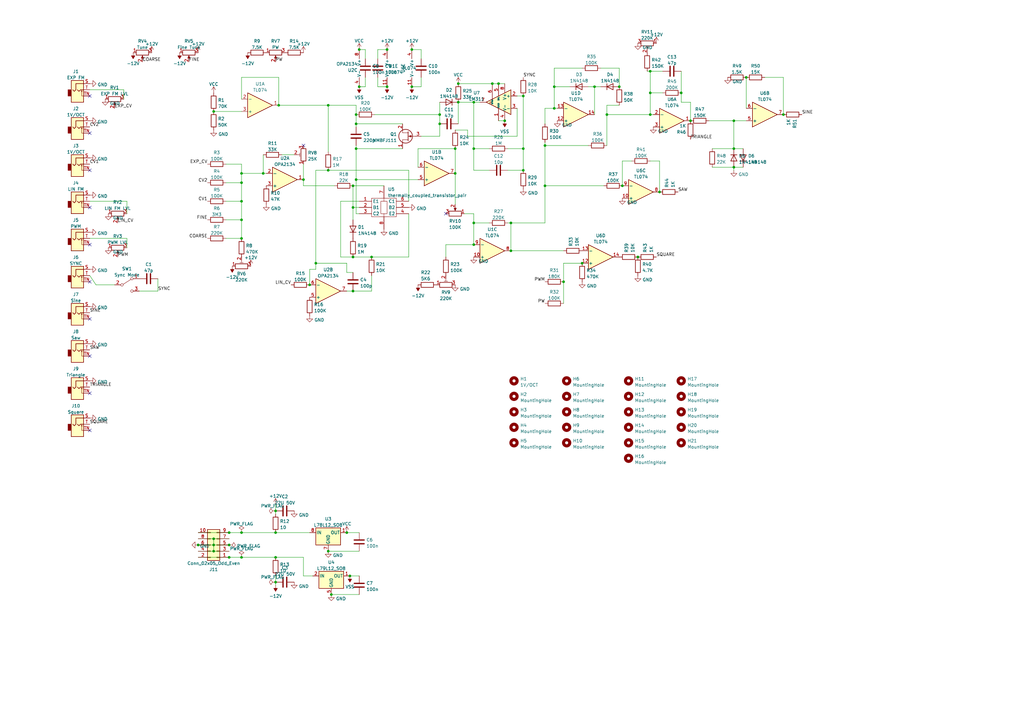
<source format=kicad_sch>
(kicad_sch (version 20211123) (generator eeschema)
  (paper "A3")
  (junction (at 168.91 35.56))
  (junction (at 227.33 35.56))
  (junction (at 93.98 228.6))
  (junction (at 186.69 60.96))
  (junction (at 144.78 85.09))
  (junction (at 152.4 105.41))
  (junction (at 107.95 71.12))
  (junction (at 223.52 76.2))
  (junction (at 321.31 46.99))
  (junction (at 99.06 218.44))
  (junction (at 227.33 44.45))
  (junction (at 81.28 223.52))
  (junction (at 266.7 38.1))
  (junction (at 134.62 226.06))
  (junction (at 87.63 220.98))
  (junction (at 194.31 60.96))
  (junction (at 214.63 60.96))
  (junction (at 214.63 69.85))
  (junction (at 209.55 91.44))
  (junction (at 134.62 43.18))
  (junction (at 114.3 43.18))
  (junction (at 144.78 76.2))
  (junction (at 147.32 20.32))
  (junction (at 194.31 100.33))
  (junction (at 99.06 97.79))
  (junction (at 300.99 49.53))
  (junction (at 144.78 119.38))
  (junction (at 180.34 50.8))
  (junction (at 99.06 71.12))
  (junction (at 168.91 20.32))
  (junction (at 146.05 60.96))
  (junction (at 135.89 243.84))
  (junction (at 266.7 29.21))
  (junction (at 204.47 34.29))
  (junction (at 146.05 46.99))
  (junction (at 254 35.56))
  (junction (at 180.34 46.99))
  (junction (at 127 116.84))
  (junction (at 187.96 41.91))
  (junction (at 99.06 90.17))
  (junction (at 270.51 78.74))
  (junction (at 238.76 107.95))
  (junction (at 113.03 238.76))
  (junction (at 87.63 226.06))
  (junction (at 144.78 105.41))
  (junction (at 300.99 68.58))
  (junction (at 99.06 228.6))
  (junction (at 142.24 218.44))
  (junction (at 124.46 73.66))
  (junction (at 87.63 45.72))
  (junction (at 99.06 82.55))
  (junction (at 243.84 35.56))
  (junction (at 143.51 236.22))
  (junction (at 93.98 223.52))
  (junction (at 158.75 35.56))
  (junction (at 214.63 39.37))
  (junction (at 187.96 34.29))
  (junction (at 223.52 59.69))
  (junction (at 248.92 46.99))
  (junction (at 129.54 107.95))
  (junction (at 146.05 73.66))
  (junction (at 261.62 105.41))
  (junction (at 186.69 71.12))
  (junction (at 194.31 91.44))
  (junction (at 255.27 76.2))
  (junction (at 300.99 60.96))
  (junction (at 113.03 228.6))
  (junction (at 207.01 49.53))
  (junction (at 93.98 218.44))
  (junction (at 306.07 31.75))
  (junction (at 201.93 34.29))
  (junction (at 266.7 46.99))
  (junction (at 87.63 223.52))
  (junction (at 158.75 20.32))
  (junction (at 99.06 74.93))
  (junction (at 134.62 69.85))
  (junction (at 283.21 49.53))
  (junction (at 146.05 50.8))
  (junction (at 279.4 38.1))
  (junction (at 113.03 218.44))
  (junction (at 194.31 41.91))
  (junction (at 147.32 35.56))
  (junction (at 209.55 102.87))
  (junction (at 113.03 209.55))
  (junction (at 231.14 115.57))
  (no_connect (at 36.83 146.05))
  (no_connect (at 36.83 100.33))
  (no_connect (at 36.83 130.81))
  (no_connect (at 36.83 85.09))
  (no_connect (at 36.83 39.37))
  (no_connect (at 182.88 87.63))
  (no_connect (at 36.83 176.53))
  (no_connect (at 36.83 115.57))
  (no_connect (at 124.46 59.69))
  (no_connect (at 36.83 69.85))
  (no_connect (at 36.83 54.61))
  (no_connect (at 36.83 161.29))
  (wire (pts (xy 36.83 82.55) (xy 52.07 82.55)))
  (wire (pts (xy 134.62 43.18) (xy 114.3 43.18)))
  (wire (pts (xy 144.78 105.41) (xy 152.4 105.41)))
  (wire (pts (xy 129.54 110.49) (xy 127 110.49)))
  (wire (pts (xy 134.62 226.06) (xy 147.32 226.06)))
  (wire (pts (xy 127 110.49) (xy 127 116.84)))
  (wire (pts (xy 186.69 60.96) (xy 186.69 71.12)))
  (wire (pts (xy 146.05 50.8) (xy 146.05 46.99)))
  (wire (pts (xy 204.47 34.29) (xy 207.01 34.29)))
  (wire (pts (xy 248.92 43.18) (xy 254 43.18)))
  (wire (pts (xy 107.95 71.12) (xy 109.22 71.12)))
  (wire (pts (xy 233.68 35.56) (xy 227.33 35.56)))
  (wire (pts (xy 36.83 36.83) (xy 50.8 36.83)))
  (wire (pts (xy 154.94 35.56) (xy 158.75 35.56)))
  (wire (pts (xy 152.4 105.41) (xy 167.64 105.41)))
  (wire (pts (xy 144.78 111.76) (xy 142.24 111.76)))
  (wire (pts (xy 279.4 41.91) (xy 283.21 41.91)))
  (wire (pts (xy 182.88 105.41) (xy 182.88 100.33)))
  (wire (pts (xy 180.34 55.88) (xy 172.72 55.88)))
  (wire (pts (xy 212.09 55.88) (xy 191.77 55.88)))
  (wire (pts (xy 39.37 116.84) (xy 46.99 116.84)))
  (wire (pts (xy 39.37 116.84) (xy 36.83 113.03)))
  (wire (pts (xy 209.55 91.44) (xy 209.55 102.87)))
  (wire (pts (xy 134.62 69.85) (xy 129.54 69.85)))
  (wire (pts (xy 279.4 38.1) (xy 279.4 41.91)))
  (wire (pts (xy 81.28 218.44) (xy 93.98 218.44)))
  (wire (pts (xy 36.83 97.79) (xy 52.07 97.79)))
  (wire (pts (xy 306.07 31.75) (xy 306.07 44.45)))
  (wire (pts (xy 172.72 20.32) (xy 168.91 20.32)))
  (wire (pts (xy 115.57 63.5) (xy 120.65 63.5)))
  (wire (pts (xy 300.99 49.53) (xy 306.07 49.53)))
  (wire (pts (xy 292.1 68.58) (xy 300.99 68.58)))
  (wire (pts (xy 238.76 27.94) (xy 227.33 27.94)))
  (wire (pts (xy 93.98 218.44) (xy 99.06 218.44)))
  (wire (pts (xy 191.77 53.34) (xy 186.69 53.34)))
  (wire (pts (xy 223.52 76.2) (xy 247.65 76.2)))
  (wire (pts (xy 52.07 97.79) (xy 52.07 101.6)))
  (wire (pts (xy 186.69 71.12) (xy 186.69 83.82)))
  (wire (pts (xy 87.63 45.72) (xy 99.06 45.72)))
  (wire (pts (xy 113.03 238.76) (xy 113.03 240.03)))
  (wire (pts (xy 270.51 66.04) (xy 266.7 66.04)))
  (wire (pts (xy 254 27.94) (xy 246.38 27.94)))
  (wire (pts (xy 313.69 31.75) (xy 321.31 31.75)))
  (wire (pts (xy 194.31 60.96) (xy 200.66 60.96)))
  (wire (pts (xy 172.72 35.56) (xy 168.91 35.56)))
  (wire (pts (xy 254 35.56) (xy 254 27.94)))
  (wire (pts (xy 227.33 27.94) (xy 227.33 35.56)))
  (wire (pts (xy 231.14 115.57) (xy 231.14 107.95)))
  (wire (pts (xy 87.63 223.52) (xy 87.63 220.98)))
  (wire (pts (xy 167.64 105.41) (xy 167.64 87.63)))
  (wire (pts (xy 144.78 119.38) (xy 152.4 119.38)))
  (wire (pts (xy 142.24 107.95) (xy 129.54 107.95)))
  (wire (pts (xy 214.63 39.37) (xy 214.63 60.96)))
  (wire (pts (xy 92.71 97.79) (xy 99.06 97.79)))
  (wire (pts (xy 92.71 82.55) (xy 99.06 82.55)))
  (wire (pts (xy 146.05 73.66) (xy 171.45 73.66)))
  (wire (pts (xy 129.54 69.85) (xy 129.54 107.95)))
  (wire (pts (xy 144.78 76.2) (xy 144.78 85.09)))
  (wire (pts (xy 99.06 71.12) (xy 107.95 71.12)))
  (wire (pts (xy 147.32 82.55) (xy 139.7 82.55)))
  (wire (pts (xy 270.51 78.74) (xy 270.51 66.04)))
  (wire (pts (xy 191.77 55.88) (xy 191.77 53.34)))
  (wire (pts (xy 266.7 29.21) (xy 271.78 29.21)))
  (wire (pts (xy 128.27 236.22) (xy 124.46 236.22)))
  (wire (pts (xy 137.16 76.2) (xy 124.46 76.2)))
  (wire (pts (xy 99.06 90.17) (xy 99.06 97.79)))
  (wire (pts (xy 187.96 41.91) (xy 187.96 50.8)))
  (wire (pts (xy 190.5 87.63) (xy 194.31 87.63)))
  (wire (pts (xy 290.83 49.53) (xy 300.99 49.53)))
  (wire (pts (xy 147.32 87.63) (xy 146.05 87.63)))
  (wire (pts (xy 92.71 74.93) (xy 99.06 74.93)))
  (wire (pts (xy 99.06 67.31) (xy 99.06 71.12)))
  (wire (pts (xy 146.05 43.18) (xy 134.62 43.18)))
  (wire (pts (xy 300.99 68.58) (xy 304.8 68.58)))
  (wire (pts (xy 194.31 41.91) (xy 196.85 41.91)))
  (wire (pts (xy 113.03 236.22) (xy 113.03 238.76)))
  (wire (pts (xy 99.06 71.12) (xy 99.06 74.93)))
  (wire (pts (xy 194.31 69.85) (xy 194.31 60.96)))
  (wire (pts (xy 214.63 60.96) (xy 214.63 69.85)))
  (wire (pts (xy 142.24 119.38) (xy 144.78 119.38)))
  (wire (pts (xy 201.93 34.29) (xy 204.47 34.29)))
  (wire (pts (xy 227.33 35.56) (xy 227.33 44.45)))
  (wire (pts (xy 87.63 220.98) (xy 81.28 220.98)))
  (wire (pts (xy 99.06 31.75) (xy 114.3 31.75)))
  (wire (pts (xy 187.96 41.91) (xy 194.31 41.91)))
  (wire (pts (xy 212.09 44.45) (xy 212.09 55.88)))
  (wire (pts (xy 64.77 119.38) (xy 64.77 114.3)))
  (wire (pts (xy 149.86 31.75) (xy 149.86 35.56)))
  (wire (pts (xy 172.72 31.75) (xy 172.72 35.56)))
  (wire (pts (xy 172.72 24.13) (xy 172.72 20.32)))
  (wire (pts (xy 248.92 46.99) (xy 266.7 46.99)))
  (wire (pts (xy 154.94 20.32) (xy 158.75 20.32)))
  (wire (pts (xy 124.46 236.22) (xy 124.46 228.6)))
  (wire (pts (xy 171.45 68.58) (xy 171.45 60.96)))
  (wire (pts (xy 99.06 218.44) (xy 113.03 218.44)))
  (wire (pts (xy 152.4 119.38) (xy 152.4 113.03)))
  (wire (pts (xy 153.67 46.99) (xy 180.34 46.99)))
  (wire (pts (xy 113.03 209.55) (xy 113.03 210.82)))
  (wire (pts (xy 187.96 34.29) (xy 201.93 34.29)))
  (wire (pts (xy 241.3 59.69) (xy 223.52 59.69)))
  (wire (pts (xy 99.06 74.93) (xy 99.06 82.55)))
  (wire (pts (xy 194.31 87.63) (xy 194.31 91.44)))
  (wire (pts (xy 283.21 41.91) (xy 283.21 49.53)))
  (wire (pts (xy 146.05 60.96) (xy 165.1 60.96)))
  (wire (pts (xy 227.33 44.45) (xy 228.6 44.45)))
  (wire (pts (xy 171.45 60.96) (xy 186.69 60.96)))
  (wire (pts (xy 52.07 82.55) (xy 52.07 87.63)))
  (wire (pts (xy 154.94 24.13) (xy 154.94 20.32)))
  (wire (pts (xy 134.62 62.23) (xy 134.62 43.18)))
  (wire (pts (xy 300.99 68.58) (xy 300.99 69.85)))
  (wire (pts (xy 93.98 228.6) (xy 81.28 228.6)))
  (wire (pts (xy 243.84 35.56) (xy 246.38 35.56)))
  (wire (pts (xy 142.24 218.44) (xy 147.32 218.44)))
  (wire (pts (xy 209.55 102.87) (xy 231.14 102.87)))
  (wire (pts (xy 248.92 59.69) (xy 248.92 46.99)))
  (wire (pts (xy 113.03 218.44) (xy 127 218.44)))
  (wire (pts (xy 243.84 35.56) (xy 243.84 46.99)))
  (wire (pts (xy 223.52 58.42) (xy 223.52 59.69)))
  (wire (pts (xy 204.47 49.53) (xy 207.01 49.53)))
  (wire (pts (xy 124.46 228.6) (xy 113.03 228.6)))
  (wire (pts (xy 248.92 46.99) (xy 248.92 43.18)))
  (wire (pts (xy 135.89 243.84) (xy 147.32 243.84)))
  (wire (pts (xy 214.63 69.85) (xy 208.28 69.85)))
  (wire (pts (xy 321.31 31.75) (xy 321.31 46.99)))
  (wire (pts (xy 113.03 207.01) (xy 113.03 209.55)))
  (wire (pts (xy 265.43 29.21) (xy 266.7 29.21)))
  (wire (pts (xy 57.15 119.38) (xy 64.77 119.38)))
  (wire (pts (xy 146.05 60.96) (xy 146.05 73.66)))
  (wire (pts (xy 50.8 36.83) (xy 50.8 40.64)))
  (wire (pts (xy 146.05 50.8) (xy 165.1 50.8)))
  (wire (pts (xy 208.28 91.44) (xy 209.55 91.44)))
  (wire (pts (xy 194.31 91.44) (xy 200.66 91.44)))
  (wire (pts (xy 93.98 223.52) (xy 87.63 223.52)))
  (wire (pts (xy 144.78 85.09) (xy 144.78 90.17)))
  (wire (pts (xy 300.99 60.96) (xy 304.8 60.96)))
  (wire (pts (xy 149.86 24.13) (xy 149.86 20.32)))
  (wire (pts (xy 266.7 29.21) (xy 266.7 38.1)))
  (wire (pts (xy 139.7 105.41) (xy 144.78 105.41)))
  (wire (pts (xy 167.64 69.85) (xy 134.62 69.85)))
  (wire (pts (xy 93.98 228.6) (xy 99.06 228.6)))
  (wire (pts (xy 149.86 20.32) (xy 147.32 20.32)))
  (wire (pts (xy 107.95 63.5) (xy 107.95 71.12)))
  (wire (pts (xy 157.48 76.2) (xy 144.78 76.2)))
  (wire (pts (xy 279.4 29.21) (xy 279.4 38.1)))
  (wire (pts (xy 142.24 111.76) (xy 142.24 107.95)))
  (wire (pts (xy 87.63 226.06) (xy 81.28 226.06)))
  (wire (pts (xy 146.05 59.69) (xy 146.05 60.96)))
  (wire (pts (xy 266.7 46.99) (xy 267.97 46.99)))
  (wire (pts (xy 124.46 67.31) (xy 124.46 73.66)))
  (wire (pts (xy 99.06 40.64) (xy 99.06 31.75)))
  (wire (pts (xy 99.06 228.6) (xy 113.03 228.6)))
  (wire (pts (xy 200.66 69.85) (xy 194.31 69.85)))
  (wire (pts (xy 231.14 115.57) (xy 231.14 124.46)))
  (wire (pts (xy 180.34 46.99) (xy 180.34 50.8)))
  (wire (pts (xy 167.64 82.55) (xy 167.64 69.85)))
  (wire (pts (xy 139.7 82.55) (xy 139.7 105.41)))
  (wire (pts (xy 99.06 82.55) (xy 99.06 90.17)))
  (wire (pts (xy 146.05 46.99) (xy 146.05 43.18)))
  (wire (pts (xy 241.3 35.56) (xy 243.84 35.56)))
  (wire (pts (xy 223.52 76.2) (xy 223.52 91.44)))
  (wire (pts (xy 223.52 44.45) (xy 227.33 44.45)))
  (wire (pts (xy 223.52 59.69) (xy 223.52 76.2)))
  (wire (pts (xy 266.7 38.1) (xy 271.78 38.1)))
  (wire (pts (xy 194.31 91.44) (xy 194.31 100.33)))
  (wire (pts (xy 87.63 223.52) (xy 81.28 223.52)))
  (wire (pts (xy 93.98 220.98) (xy 87.63 220.98)))
  (wire (pts (xy 266.7 38.1) (xy 266.7 46.99)))
  (wire (pts (xy 255.27 66.04) (xy 255.27 76.2)))
  (wire (pts (xy 259.08 66.04) (xy 255.27 66.04)))
  (wire (pts (xy 292.1 60.96) (xy 300.99 60.96)))
  (wire (pts (xy 182.88 100.33) (xy 194.31 100.33)))
  (wire (pts (xy 147.32 85.09) (xy 144.78 85.09)))
  (wire (pts (xy 92.71 90.17) (xy 99.06 90.17)))
  (wire (pts (xy 231.14 107.95) (xy 238.76 107.95)))
  (wire (pts (xy 149.86 35.56) (xy 147.32 35.56)))
  (wire (pts (xy 146.05 73.66) (xy 146.05 87.63)))
  (wire (pts (xy 223.52 50.8) (xy 223.52 44.45)))
  (wire (pts (xy 154.94 31.75) (xy 154.94 35.56)))
  (wire (pts (xy 87.63 226.06) (xy 87.63 223.52)))
  (wire (pts (xy 212.09 39.37) (xy 214.63 39.37)))
  (wire (pts (xy 208.28 60.96) (xy 214.63 60.96)))
  (wire (pts (xy 194.31 60.96) (xy 194.31 41.91)))
  (wire (pts (xy 129.54 107.95) (xy 129.54 110.49)))
  (wire (pts (xy 146.05 52.07) (xy 146.05 50.8)))
  (wire (pts (xy 143.51 236.22) (xy 147.32 236.22)))
  (wire (pts (xy 114.3 31.75) (xy 114.3 43.18)))
  (wire (pts (xy 300.99 49.53) (xy 300.99 60.96)))
  (wire (pts (xy 180.34 50.8) (xy 180.34 55.88)))
  (wire (pts (xy 124.46 76.2) (xy 124.46 73.66)))
  (wire (pts (xy 180.34 41.91) (xy 180.34 46.99)))
  (wire (pts (xy 93.98 226.06) (xy 87.63 226.06)))
  (wire (pts (xy 223.52 91.44) (xy 209.55 91.44)))
  (wire (pts (xy 92.71 67.31) (xy 99.06 67.31)))
  (label "COARSE" (at 58.42 25.4 0))
  (label "CV1" (at 36.83 67.31 0))
  (label "TRIANGLE" (at 36.83 158.75 0))
  (label "EXP_CV" (at 46.99 44.45 0))
  (label "PWM" (at 223.52 115.57 180))
  (label "SINE" (at 36.83 128.27 0))
  (label "SINE" (at 328.93 46.99 0))
  (label "TRIANGLE" (at 283.21 57.15 0))
  (label "SYNC" (at 214.63 31.75 0))
  (label "LIN_CV" (at 119.38 116.84 180))
  (label "SAW" (at 278.13 78.74 0))
  (label "SAW" (at 36.83 143.51 0))
  (label "CV1" (at 85.09 82.55 180))
  (label "PW" (at 113.03 25.4 0))
  (label "FINE" (at 77.47 25.4 0))
  (label "CV2" (at 85.09 74.93 180))
  (label "SYNC" (at 64.77 119.38 0))
  (label "PWM" (at 48.26 105.41 0))
  (label "FINE" (at 85.09 90.17 180))
  (label "SQUARE" (at 269.24 105.41 0))
  (label "EXP_CV" (at 85.09 67.31 180))
  (label "PW" (at 223.52 124.46 180))
  (label "COARSE" (at 85.09 97.79 180))
  (label "SQUARE" (at 36.83 173.99 0))
  (label "LIN_CV" (at 48.26 91.44 0))
  (label "CV2" (at 36.83 52.07 0))
  (symbol (lib_id "Device:R") (at 223.52 54.61 0) (unit 1)
    (property "Reference" "R30" (at 225.298 53.7753 0) (effects (justify left)))
    (property "Value" "100K" (at 225.298 56.3122 0) (effects (justify left)))
    (property "Footprint" "Resistor_SMD:R_0805_2012Metric" (effects hide))
  )
  (symbol (lib_id "Device:R") (at 265.43 25.4 180) (unit 1)
    (property "Reference" "R42" (at 267.208 24.5653 0) (effects (justify right)))
    (property "Value" "150K" (at 267.208 27.1022 0) (effects (justify right)))
    (property "Footprint" "Resistor_SMD:R_0805_2012Metric" (effects hide))
  )
  (symbol (lib_id "power:GND") (at 36.83 95.25 90) (unit 1)
    (property "Reference" "#PWR05" (effects hide))
    (property "Value" "GND" (at 40.005 95.6838 90) (effects (justify right)))
  )
  (symbol (lib_id "Connector:AudioJack2_SwitchT") (at 31.75 67.31 0) (unit 1)
    (property "Reference" "J3" (at 31.115 59.8002 0))
    (property "Value" "1V/OCT" (at 31.115 62.3371 0))
    (property "Footprint" "Eurorack:AudioJack2_Tayda_A-2566" (effects hide))
  )
  (symbol (lib_id "Regulator_Linear:L78L12_SO8") (at 134.62 218.44 0) (unit 1)
    (property "Reference" "U3" (at 134.62 212.8352 0))
    (property "Value" "L78L12_SO8" (at 134.62 215.3721 0))
    (property "Footprint" "Package_SO:SOIC-8_3.9x4.9mm_P1.27mm" (effects hide))
    (property "Datasheet" "http://www.st.com/content/ccc/resource/technical/document/datasheet/15/55/e5/aa/23/5b/43/fd/CD00000446.pdf/files/CD00000446.pdf/jcr:content/translations/en.CD00000446.pdf" (effects hide))
  )
  (symbol (lib_id "Device:D") (at 304.8 64.77 90) (unit 1)
    (property "Reference" "D6" (at 306.832 63.9353 90) (effects (justify right)))
    (property "Value" "1N4148" (at 306.832 66.4722 90) (effects (justify right)))
    (property "Footprint" "Diode_SMD:D_SOD-323" (effects hide))
  )
  (symbol (lib_id "Amplifier_Operational:TL074") (at 246.38 105.41 0) (mirror x) (unit 4)
    (property "Reference" "U6" (at 246.38 96.6302 0))
    (property "Value" "TL074" (at 246.38 99.1671 0))
    (property "Footprint" "Package_SO:SOIC-14_3.9x8.7mm_P1.27mm" (effects hide))
    (property "Datasheet" "http://www.ti.com/lit/ds/symlink/tl071.pdf" (effects hide))
  )
  (symbol (lib_id "Device:R") (at 140.97 76.2 270) (unit 1)
    (property "Reference" "R18" (at 140.97 71.4842 90))
    (property "Value" "22K" (at 140.97 74.0211 90))
    (property "Footprint" "Resistor_SMD:R_0805_2012Metric" (effects hide))
  )
  (symbol (lib_id "Mechanical:MountingHole") (at 232.41 181.61 0) (unit 1)
    (property "Reference" "H10" (at 234.95 180.7753 0) (effects (justify left)))
    (property "Value" "MountingHole" (at 234.95 183.3122 0) (effects (justify left)))
  )
  (symbol (lib_id "Mechanical:MountingHole") (at 210.82 181.61 0) (unit 1)
    (property "Reference" "H5" (at 213.36 180.7753 0) (effects (justify left)))
    (property "Value" "MountingHole" (at 213.36 183.3122 0) (effects (justify left)))
  )
  (symbol (lib_id "Mechanical:MountingHole") (at 232.41 156.21 0) (unit 1)
    (property "Reference" "H6" (at 234.95 155.3753 0) (effects (justify left)))
    (property "Value" "MountingHole" (at 234.95 157.9122 0) (effects (justify left)))
  )
  (symbol (lib_id "power:GND") (at 186.69 116.84 0) (unit 1)
    (property "Reference" "#PWR045" (effects hide))
    (property "Value" "GND" (at 188.595 118.5438 0) (effects (justify left)))
  )
  (symbol (lib_id "Amplifier_Operational:TL074") (at 161.29 27.94 0) (unit 5)
    (property "Reference" "U1" (at 159.385 27.1053 0) (effects (justify left)))
    (property "Value" "TL074" (at 159.385 29.6422 0) (effects (justify left)))
    (property "Footprint" "Package_SO:SOIC-14_3.9x8.7mm_P1.27mm" (effects hide))
    (property "Datasheet" "http://www.ti.com/lit/ds/symlink/tl071.pdf" (effects hide))
  )
  (symbol (lib_id "power:VSS") (at 147.32 35.56 180) (unit 1)
    (property "Reference" "#PWR037" (effects hide))
    (property "Value" "VSS" (at 147.32 40.0034 0))
  )
  (symbol (lib_id "Device:C") (at 146.05 55.88 180) (unit 1)
    (property "Reference" "C5" (at 148.971 55.0453 0) (effects (justify right)))
    (property "Value" "220p" (at 148.971 57.5822 0) (effects (justify right)))
    (property "Footprint" "Capacitor_SMD:C_0805_2012Metric" (effects hide))
  )
  (symbol (lib_id "power:GND") (at 87.63 53.34 0) (unit 1)
    (property "Reference" "#PWR021" (effects hide))
    (property "Value" "GND" (at 89.535 55.0438 0) (effects (justify left)))
  )
  (symbol (lib_id "power:GND") (at 36.83 156.21 90) (unit 1)
    (property "Reference" "#PWR09" (effects hide))
    (property "Value" "GND" (at 40.005 156.6438 90) (effects (justify right)))
  )
  (symbol (lib_id "Mechanical:MountingHole") (at 257.81 181.61 0) (unit 1)
    (property "Reference" "H15" (at 260.35 180.7753 0) (effects (justify left)))
    (property "Value" "MountingHole" (at 260.35 183.3122 0) (effects (justify left)))
  )
  (symbol (lib_id "Device:R") (at 149.86 46.99 90) (unit 1)
    (property "Reference" "R20" (at 149.86 42.2742 90))
    (property "Value" "100K" (at 149.86 44.8111 90))
    (property "Footprint" "Resistor_SMD:R_0805_2012Metric" (effects hide))
  )
  (symbol (lib_id "power:GND") (at 261.62 113.03 0) (unit 1)
    (property "Reference" "#PWR054" (effects hide))
    (property "Value" "GND" (at 263.525 114.7338 0) (effects (justify left)))
  )
  (symbol (lib_id "power:GND") (at 36.83 80.01 90) (unit 1)
    (property "Reference" "#PWR04" (effects hide))
    (property "Value" "GND" (at 40.005 80.4438 90) (effects (justify right)))
  )
  (symbol (lib_id "power:VSS") (at 207.01 49.53 180) (unit 1)
    (property "Reference" "#PWR048" (effects hide))
    (property "Value" "VSS" (at 207.01 53.9734 0))
  )
  (symbol (lib_id "Amplifier_Operational:OPA2134") (at 116.84 73.66 0) (mirror x) (unit 1)
    (property "Reference" "U2" (at 116.84 64.8802 0))
    (property "Value" "OPA2134" (at 116.84 67.4171 0))
    (property "Footprint" "Package_SO:SO-8_3.9x4.9mm_P1.27mm" (effects hide))
    (property "Datasheet" "http://www.ti.com/lit/ds/symlink/opa134.pdf" (effects hide))
  )
  (symbol (lib_id "Eurorack:thermally_coupled_transistor_pair") (at 152.4 93.98 0) (unit 1)
    (property "Reference" "U5" (at 159.1311 77.631 0) (effects (justify left)))
    (property "Value" "thermally_coupled_transistor_pair" (at 159.1311 80.1679 0) (effects (justify left)))
    (property "Footprint" "Eurorack:SOT457+thermco_resistor" (effects hide))
  )
  (symbol (lib_id "power:GND") (at 36.83 64.77 90) (unit 1)
    (property "Reference" "#PWR03" (effects hide))
    (property "Value" "GND" (at 40.005 65.2038 90) (effects (justify right)))
  )
  (symbol (lib_id "power:GND") (at 228.6 49.53 0) (unit 1)
    (property "Reference" "#PWR050" (effects hide))
    (property "Value" "GND" (at 230.505 51.2338 0) (effects (justify left)))
  )
  (symbol (lib_id "power:GND") (at 36.83 49.53 90) (unit 1)
    (property "Reference" "#PWR02" (effects hide))
    (property "Value" "GND" (at 40.005 49.9638 90) (effects (justify right)))
  )
  (symbol (lib_id "Device:C") (at 116.84 238.76 90) (unit 1)
    (property "Reference" "C3" (at 116.84 232.9012 90))
    (property "Value" "22U 50V" (at 116.84 235.4381 90))
    (property "Footprint" "Capacitor_THT:CP_Radial_D5.0mm_P2.50mm" (effects hide))
  )
  (symbol (lib_id "power:GND") (at 120.65 209.55 0) (unit 1)
    (property "Reference" "#PWR028" (effects hide))
    (property "Value" "GND" (at 122.555 211.2538 0) (effects (justify left)))
  )
  (symbol (lib_id "Device:R") (at 275.59 38.1 90) (unit 1)
    (property "Reference" "R45" (at 275.59 33.3842 90))
    (property "Value" "200K" (at 275.59 35.9211 90))
    (property "Footprint" "Resistor_SMD:R_0805_2012Metric" (effects hide))
  )
  (symbol (lib_id "Mechanical:MountingHole") (at 257.81 156.21 0) (unit 1)
    (property "Reference" "H11" (at 260.35 155.3753 0) (effects (justify left)))
    (property "Value" "MountingHole" (at 260.35 157.9122 0) (effects (justify left)))
  )
  (symbol (lib_id "Device:R") (at 105.41 21.59 90) (unit 1)
    (property "Reference" "R9" (at 105.41 16.8742 90))
    (property "Value" "7.5K" (at 105.41 19.4111 90))
    (property "Footprint" "Resistor_SMD:R_0805_2012Metric" (effects hide))
  )
  (symbol (lib_id "Device:R") (at 88.9 74.93 90) (unit 1)
    (property "Reference" "R4" (at 88.9 70.2142 90))
    (property "Value" "100K" (at 88.9 72.7511 90))
    (property "Footprint" "Resistor_SMD:R_0805_2012Metric" (effects hide))
  )
  (symbol (lib_id "Device:C") (at 204.47 69.85 270) (unit 1)
    (property "Reference" "C12" (at 204.47 63.9912 90))
    (property "Value" "10p" (at 204.47 66.5281 90))
    (property "Footprint" "Capacitor_SMD:C_0805_2012Metric" (effects hide))
  )
  (symbol (lib_id "Connector_Generic:Conn_02x05_Odd_Even") (at 88.9 223.52 180) (unit 1)
    (property "Reference" "J11" (at 87.63 233.5698 0))
    (property "Value" "Conn_02x05_Odd_Even" (at 87.63 231.0329 0))
    (property "Footprint" "Eurorack:PinHeader_2x05_P2.54mm_Vertical" (effects hide))
  )
  (symbol (lib_id "Mechanical:MountingHole") (at 210.82 168.91 0) (unit 1)
    (property "Reference" "H3" (at 213.36 168.0753 0) (effects (justify left)))
    (property "Value" "MountingHole" (at 213.36 170.6122 0) (effects (justify left)))
  )
  (symbol (lib_id "Mechanical:MountingHole") (at 210.82 162.56 0) (unit 1)
    (property "Reference" "H2" (at 213.36 161.7253 0) (effects (justify left)))
    (property "Value" "MountingHole" (at 213.36 164.2622 0) (effects (justify left)))
  )
  (symbol (lib_id "Mechanical:MountingHole") (at 232.41 175.26 0) (unit 1)
    (property "Reference" "H9" (at 234.95 174.4253 0) (effects (justify left)))
    (property "Value" "MountingHole" (at 234.95 176.9622 0) (effects (justify left)))
  )
  (symbol (lib_id "Device:R") (at 88.9 90.17 90) (unit 1)
    (property "Reference" "R6" (at 88.9 85.4542 90))
    (property "Value" "3M3" (at 88.9 87.9911 90))
    (property "Footprint" "Resistor_SMD:R_0805_2012Metric" (effects hide))
  )
  (symbol (lib_id "power:GND") (at 36.83 34.29 90) (unit 1)
    (property "Reference" "#PWR01" (effects hide))
    (property "Value" "GND" (at 40.005 34.7238 90) (effects (justify right)))
  )
  (symbol (lib_id "Device:R") (at 109.22 80.01 0) (unit 1)
    (property "Reference" "R10" (at 110.998 79.1753 0) (effects (justify left)))
    (property "Value" "47K" (at 110.998 81.7122 0) (effects (justify left)))
    (property "Footprint" "Resistor_SMD:R_0805_2012Metric" (effects hide))
  )
  (symbol (lib_id "Connector:AudioJack2_SwitchT") (at 31.75 173.99 0) (unit 1)
    (property "Reference" "J10" (at 31.115 166.4802 0))
    (property "Value" "Square" (at 31.115 169.0171 0))
    (property "Footprint" "Eurorack:AudioJack2_Tayda_A-2566" (effects hide))
  )
  (symbol (lib_id "Device:R") (at 113.03 232.41 0) (unit 1)
    (property "Reference" "R13" (at 114.808 231.5753 0) (effects (justify left)))
    (property "Value" "10" (at 114.808 234.1122 0) (effects (justify left)))
    (property "Footprint" "Resistor_SMD:R_0805_2012Metric" (effects hide))
  )
  (symbol (lib_id "Device:D") (at 184.15 41.91 180) (unit 1)
    (property "Reference" "D2" (at 184.15 36.9402 0))
    (property "Value" "1N4148" (at 184.15 39.4771 0))
    (property "Footprint" "Diode_SMD:D_SOD-323" (effects hide))
  )
  (symbol (lib_id "Device:C") (at 144.78 115.57 180) (unit 1)
    (property "Reference" "C4" (at 147.701 114.7353 0) (effects (justify right)))
    (property "Value" "100p" (at 147.701 117.2722 0) (effects (justify right)))
    (property "Footprint" "Capacitor_SMD:C_0805_2012Metric" (effects hide))
  )
  (symbol (lib_id "Device:R_Potentiometer") (at 186.69 87.63 270) (mirror x) (unit 1)
    (property "Reference" "RV10" (at 186.69 90.6764 90))
    (property "Value" "100K" (at 186.69 93.2133 90))
    (property "Footprint" "Potentiometer_THT:Potentiometer_Bourns_3296W_Vertical" (effects hide))
  )
  (symbol (lib_id "power:GND") (at 214.63 77.47 0) (unit 1)
    (property "Reference" "#PWR049" (effects hide))
    (property "Value" "GND" (at 216.535 79.1738 0) (effects (justify left)))
  )
  (symbol (lib_id "power:GND") (at 120.65 238.76 0) (unit 1)
    (property "Reference" "#PWR029" (effects hide))
    (property "Value" "GND" (at 122.555 240.4638 0) (effects (justify left)))
  )
  (symbol (lib_id "Device:R") (at 227.33 115.57 90) (unit 1)
    (property "Reference" "R31" (at 227.33 110.8542 90))
    (property "Value" "180K" (at 227.33 113.3911 90))
    (property "Footprint" "Resistor_SMD:R_0805_2012Metric" (effects hide))
  )
  (symbol (lib_id "power:+12V") (at 113.03 207.01 0) (mirror y) (unit 1)
    (property "Reference" "#PWR026" (effects hide))
    (property "Value" "+12V" (at 113.03 203.4342 0))
  )
  (symbol (lib_id "Amplifier_Operational:TL074") (at 236.22 46.99 0) (mirror x) (unit 4)
    (property "Reference" "U1" (at 236.22 38.2102 0))
    (property "Value" "TL074" (at 236.22 40.7471 0))
    (property "Footprint" "Package_SO:SOIC-14_3.9x8.7mm_P1.27mm" (effects hide))
    (property "Datasheet" "http://www.ti.com/lit/ds/symlink/tl071.pdf" (effects hide))
  )
  (symbol (lib_id "Device:D") (at 144.78 93.98 90) (unit 1)
    (property "Reference" "D1" (at 146.812 93.1453 90) (effects (justify right)))
    (property "Value" "1N4148" (at 146.812 95.6822 90) (effects (justify right)))
    (property "Footprint" "Diode_SMD:D_SOD-323" (effects hide))
  )
  (symbol (lib_id "power:GND") (at 36.83 140.97 90) (unit 1)
    (property "Reference" "#PWR08" (effects hide))
    (property "Value" "GND" (at 40.005 141.4038 90) (effects (justify right)))
  )
  (symbol (lib_id "power:GND") (at 36.83 171.45 90) (unit 1)
    (property "Reference" "#PWR010" (effects hide))
    (property "Value" "GND" (at 40.005 171.8838 90) (effects (justify right)))
  )
  (symbol (lib_id "Device:R") (at 187.96 38.1 180) (unit 1)
    (property "Reference" "R25" (at 189.738 37.2653 0) (effects (justify right)))
    (property "Value" "33K" (at 189.738 39.8022 0) (effects (justify right)))
    (property "Footprint" "Resistor_SMD:R_0805_2012Metric" (effects hide))
  )
  (symbol (lib_id "Device:R") (at 309.88 31.75 90) (unit 1)
    (property "Reference" "R50" (at 309.88 27.0342 90))
    (property "Value" "15K" (at 309.88 29.5711 90))
    (property "Footprint" "Resistor_SMD:R_0805_2012Metric" (effects hide))
  )
  (symbol (lib_id "power:VCC") (at 147.32 20.32 0) (unit 1)
    (property "Reference" "#PWR036" (effects hide))
    (property "Value" "VCC" (at 147.32 16.7442 0))
  )
  (symbol (lib_id "power:-12V") (at 73.66 21.59 0) (mirror x) (unit 1)
    (property "Reference" "#PWR016" (effects hide))
    (property "Value" "-12V" (at 73.66 26.0334 0))
  )
  (symbol (lib_id "Device:R") (at 292.1 64.77 0) (unit 1)
    (property "Reference" "R48" (at 293.878 63.9353 0) (effects (justify left)))
    (property "Value" "22K" (at 293.878 66.4722 0) (effects (justify left)))
    (property "Footprint" "Resistor_SMD:R_0805_2012Metric" (effects hide))
  )
  (symbol (lib_id "power:-12V") (at 113.03 240.03 0) (mirror x) (unit 1)
    (property "Reference" "#PWR027" (effects hide))
    (property "Value" "-12V" (at 113.03 244.4734 0))
  )
  (symbol (lib_id "Device:R_Potentiometer_Trim") (at 182.88 116.84 90) (unit 1)
    (property "Reference" "RV9" (at 182.88 119.8864 90))
    (property "Value" "220K" (at 182.88 122.4233 90))
    (property "Footprint" "Potentiometer_THT:Potentiometer_Bourns_3296W_Vertical" (effects hide))
  )
  (symbol (lib_id "power:VCC") (at 142.24 218.44 0) (unit 1)
    (property "Reference" "#PWR034" (effects hide))
    (property "Value" "VCC" (at 142.24 214.8642 0))
  )
  (symbol (lib_id "power:GND") (at 134.62 226.06 0) (unit 1)
    (property "Reference" "#PWR032" (effects hide))
    (property "Value" "GND" (at 136.525 227.7638 0) (effects (justify left)))
  )
  (symbol (lib_id "power:GND") (at 167.64 85.09 90) (unit 1)
    (property "Reference" "#PWR041" (effects hide))
    (property "Value" "GND" (at 170.815 85.5238 90) (effects (justify right)))
  )
  (symbol (lib_id "Device:R_Potentiometer") (at 48.26 87.63 90) (mirror x) (unit 1)
    (property "Reference" "RV2" (at 48.26 82.9142 90))
    (property "Value" "LIN FM LVL" (at 48.26 85.4511 90))
    (property "Footprint" "Eurorack:Potentiometer_RV16AF-41-15R1" (effects hide))
  )
  (symbol (lib_id "Mechanical:MountingHole") (at 279.4 168.91 0) (unit 1)
    (property "Reference" "H19" (at 281.94 168.0753 0) (effects (justify left)))
    (property "Value" "MountingHole" (at 281.94 170.6122 0) (effects (justify left)))
    (property "Footprint" "Eurorack:Mech-MountingHole" (effects hide))
  )
  (symbol (lib_id "Device:C") (at 275.59 29.21 270) (unit 1)
    (property "Reference" "C13" (at 275.59 23.3512 90))
    (property "Value" "47p" (at 275.59 25.8881 90))
    (property "Footprint" "Capacitor_SMD:C_0805_2012Metric" (effects hide))
  )
  (symbol (lib_id "Mechanical:MountingHole") (at 232.41 162.56 0) (unit 1)
    (property "Reference" "H7" (at 234.95 161.7253 0) (effects (justify left)))
    (property "Value" "MountingHole" (at 234.95 164.2622 0) (effects (justify left)))
  )
  (symbol (lib_id "Connector:AudioJack2_SwitchT") (at 31.75 82.55 0) (unit 1)
    (property "Reference" "J4" (at 31.115 75.0402 0))
    (property "Value" "LIN FM" (at 31.115 77.5771 0))
    (property "Footprint" "Eurorack:AudioJack2_Tayda_A-2566" (effects hide))
  )
  (symbol (lib_id "power:GND") (at 298.45 31.75 0) (unit 1)
    (property "Reference" "#PWR057" (effects hide))
    (property "Value" "GND" (at 300.355 33.4538 0) (effects (justify left)))
  )
  (symbol (lib_id "power:GND") (at 36.83 125.73 90) (unit 1)
    (property "Reference" "#PWR07" (effects hide))
    (property "Value" "GND" (at 40.005 126.1638 90) (effects (justify right)))
  )
  (symbol (lib_id "Device:D") (at 250.19 35.56 0) (unit 1)
    (property "Reference" "D4" (at 250.19 30.5902 0))
    (property "Value" "1N4148" (at 250.19 33.1271 0))
    (property "Footprint" "Diode_SMD:D_SOD-323" (effects hide))
  )
  (symbol (lib_id "power:+12V") (at 62.23 21.59 0) (mirror y) (unit 1)
    (property "Reference" "#PWR015" (effects hide))
    (property "Value" "+12V" (at 62.23 18.0142 0))
  )
  (symbol (lib_id "Device:R") (at 88.9 97.79 90) (unit 1)
    (property "Reference" "R7" (at 88.9 93.0742 90))
    (property "Value" "220K" (at 88.9 95.6111 90))
    (property "Footprint" "Resistor_SMD:R_0805_2012Metric" (effects hide))
  )
  (symbol (lib_id "Device:R") (at 265.43 105.41 270) (unit 1)
    (property "Reference" "R43" (at 264.5953 103.632 0) (effects (justify right)))
    (property "Value" "1K" (at 267.1322 103.632 0) (effects (justify right)))
    (property "Footprint" "Resistor_SMD:R_0805_2012Metric" (effects hide))
  )
  (symbol (lib_id "Device:R") (at 175.26 116.84 270) (unit 1)
    (property "Reference" "R22" (at 176.53 111.76 90) (effects (justify right)))
    (property "Value" "5K6" (at 176.53 114.3 90) (effects (justify right)))
    (property "Footprint" "Resistor_SMD:R_0805_2012Metric" (effects hide))
  )
  (symbol (lib_id "Device:R_Potentiometer") (at 77.47 21.59 90) (mirror x) (unit 1)
    (property "Reference" "RV5" (at 77.47 16.8742 90))
    (property "Value" "Fine Tune" (at 77.47 19.4111 90))
    (property "Footprint" "Eurorack:Potentiometer_RV16AF-41-15R1" (effects hide))
  )
  (symbol (lib_id "power:PWR_FLAG") (at 99.06 218.44 0) (unit 1)
    (property "Reference" "#FLG01" (effects hide))
    (property "Value" "PWR_FLAG" (at 99.06 214.8642 0))
  )
  (symbol (lib_id "Connector:AudioJack2_SwitchT") (at 31.75 97.79 0) (unit 1)
    (property "Reference" "J5" (at 31.115 90.2802 0))
    (property "Value" "PWM" (at 31.115 92.8171 0))
    (property "Footprint" "Eurorack:AudioJack2_Tayda_A-2566" (effects hide))
  )
  (symbol (lib_id "Device:D") (at 237.49 35.56 0) (unit 1)
    (property "Reference" "D3" (at 237.49 30.5902 0))
    (property "Value" "1N4148" (at 237.49 33.1271 0))
    (property "Footprint" "Diode_SMD:D_SOD-323" (effects hide))
  )
  (symbol (lib_id "power:GND") (at 109.22 83.82 0) (unit 1)
    (property "Reference" "#PWR025" (effects hide))
    (property "Value" "GND" (at 111.125 85.5238 0) (effects (justify left)))
  )
  (symbol (lib_id "Comparator:LM311") (at 204.47 41.91 0) (mirror y) (unit 1)
    (property "Reference" "U7" (at 195.4946 38.0833 0))
    (property "Value" "LM311" (at 195.4946 40.6202 0))
    (property "Footprint" "Package_SO:SOIC-8_3.9x4.9mm_P1.27mm" (effects hide))
    (property "Datasheet" "https://www.st.com/resource/en/datasheet/lm311.pdf" (effects hide))
  )
  (symbol (lib_id "Device:R") (at 251.46 76.2 90) (unit 1)
    (property "Reference" "R37" (at 251.46 71.4842 90))
    (property "Value" "100K" (at 251.46 74.0211 90))
    (property "Footprint" "Resistor_SMD:R_0805_2012Metric" (effects hide))
  )
  (symbol (lib_id "power:-12V") (at 101.6 21.59 0) (mirror x) (unit 1)
    (property "Reference" "#PWR023" (effects hide))
    (property "Value" "-12V" (at 101.6 26.0334 0))
  )
  (symbol (lib_id "Device:R_Potentiometer_Trim") (at 124.46 63.5 180) (unit 1)
    (property "Reference" "RV8" (at 126.238 62.6653 0) (effects (justify right)))
    (property "Value" "25K" (at 126.238 65.2022 0) (effects (justify right)))
    (property "Footprint" "Potentiometer_THT:Potentiometer_Bourns_3296W_Vertical" (effects hide))
  )
  (symbol (lib_id "power:GND") (at 194.31 105.41 0) (unit 1)
    (property "Reference" "#PWR047" (effects hide))
    (property "Value" "GND" (at 196.215 107.1138 0) (effects (justify left)))
  )
  (symbol (lib_id "Device:R") (at 234.95 102.87 270) (unit 1)
    (property "Reference" "R33" (at 234.1153 101.092 0) (effects (justify right)))
    (property "Value" "10K" (at 236.6522 101.092 0) (effects (justify right)))
    (property "Footprint" "Resistor_SMD:R_0805_2012Metric" (effects hide))
  )
  (symbol (lib_id "power:VCC") (at 87.63 38.1 0) (unit 1)
    (property "Reference" "#PWR020" (effects hide))
    (property "Value" "VCC" (at 87.63 34.5242 0))
  )
  (symbol (lib_id "Device:C") (at 147.32 240.03 0) (unit 1)
    (property "Reference" "C7" (at 150.241 239.1953 0) (effects (justify left)))
    (property "Value" "100n" (at 150.241 241.7322 0) (effects (justify left)))
    (property "Footprint" "Capacitor_SMD:C_0805_2012Metric" (effects hide))
  )
  (symbol (lib_id "Device:C") (at 184.15 50.8 270) (unit 1)
    (property "Reference" "C11" (at 184.15 44.9412 90))
    (property "Value" "47p" (at 184.15 47.4781 90))
    (property "Footprint" "Capacitor_SMD:C_0805_2012Metric" (effects hide))
  )
  (symbol (lib_id "power:+12V") (at 168.91 20.32 0) (mirror y) (unit 1)
    (property "Reference" "#PWR042" (effects hide))
    (property "Value" "+12V" (at 168.91 16.7442 0))
  )
  (symbol (lib_id "Device:C") (at 147.32 222.25 0) (unit 1)
    (property "Reference" "C6" (at 150.241 221.4153 0) (effects (justify left)))
    (property "Value" "100n" (at 150.241 223.9522 0) (effects (justify left)))
    (property "Footprint" "Capacitor_SMD:C_0805_2012Metric" (effects hide))
  )
  (symbol (lib_id "power:GND") (at 238.76 115.57 0) (unit 1)
    (property "Reference" "#PWR051" (effects hide))
    (property "Value" "GND" (at 240.665 117.2738 0) (effects (justify left)))
  )
  (symbol (lib_id "Amplifier_Operational:OPA2134") (at 134.62 119.38 0) (mirror x) (unit 2)
    (property "Reference" "U2" (at 134.62 110.6002 0))
    (property "Value" "OPA2134" (at 134.62 113.1371 0))
    (property "Footprint" "Package_SO:SO-8_3.9x4.9mm_P1.27mm" (effects hide))
    (property "Datasheet" "http://www.ti.com/lit/ds/symlink/opa134.pdf" (effects hide))
  )
  (symbol (lib_id "Mechanical:MountingHole") (at 232.41 168.91 0) (unit 1)
    (property "Reference" "H8" (at 234.95 168.0753 0) (effects (justify left)))
    (property "Value" "MountingHole" (at 234.95 170.6122 0) (effects (justify left)))
  )
  (symbol (lib_id "Device:R") (at 254 39.37 0) (unit 1)
    (property "Reference" "R38" (at 255.778 38.5353 0) (effects (justify left)))
    (property "Value" "50K" (at 255.778 41.0722 0) (effects (justify left)))
    (property "Footprint" "Resistor_SMD:R_0805_2012Metric" (effects hide))
  )
  (symbol (lib_id "Device:R") (at 120.65 21.59 90) (unit 1)
    (property "Reference" "R14" (at 120.65 16.8742 90))
    (property "Value" "7.5K" (at 120.65 19.4111 90))
    (property "Footprint" "Resistor_SMD:R_0805_2012Metric" (effects hide))
  )
  (symbol (lib_id "power:PWR_FLAG") (at 113.03 238.76 90) (unit 1)
    (property "Reference" "#FLG05" (effects hide))
    (property "Value" "PWR_FLAG" (at 111.76 236.7082 90))
  )
  (symbol (lib_id "Device:C") (at 116.84 209.55 90) (unit 1)
    (property "Reference" "C2" (at 116.84 203.6912 90))
    (property "Value" "22U 50V" (at 116.84 206.2281 90))
    (property "Footprint" "Capacitor_THT:CP_Radial_D5.0mm_P2.50mm" (effects hide))
  )
  (symbol (lib_id "power:PWR_FLAG") (at 113.03 209.55 90) (unit 1)
    (property "Reference" "#FLG04" (effects hide))
    (property "Value" "PWR_FLAG" (at 111.76 207.4982 90))
  )
  (symbol (lib_id "Device:R") (at 238.76 111.76 180) (unit 1)
    (property "Reference" "R34" (at 240.538 110.9253 0) (effects (justify right)))
    (property "Value" "470K" (at 240.538 113.4622 0) (effects (justify right)))
    (property "Footprint" "Resistor_SMD:R_0805_2012Metric" (effects hide))
  )
  (symbol (lib_id "power:GND") (at 43.18 40.64 0) (unit 1)
    (property "Reference" "#PWR011" (effects hide))
    (property "Value" "GND" (at 45.085 42.3438 0) (effects (justify left)))
  )
  (symbol (lib_id "Device:R") (at 99.06 101.6 0) (unit 1)
    (property "Reference" "R8" (at 100.838 100.7653 0) (effects (justify left)))
    (property "Value" "470K" (at 100.838 103.3022 0) (effects (justify left)))
    (property "Footprint" "Resistor_SMD:R_0805_2012Metric" (effects hide))
  )
  (symbol (lib_id "Device:R_Potentiometer") (at 46.99 40.64 90) (mirror x) (unit 1)
    (property "Reference" "RV1" (at 46.99 35.9242 90))
    (property "Value" "EXP FM LVL" (at 46.99 38.4611 90))
    (property "Footprint" "Eurorack:Potentiometer_RV16AF-41-15R1" (effects hide))
  )
  (symbol (lib_id "power:GND") (at 300.99 69.85 0) (unit 1)
    (property "Reference" "#PWR058" (effects hide))
    (property "Value" "GND" (at 302.895 71.5538 0) (effects (justify left)))
  )
  (symbol (lib_id "Device:R") (at 274.32 78.74 270) (unit 1)
    (property "Reference" "R44" (at 273.4853 76.962 0) (effects (justify right)))
    (property "Value" "1K" (at 276.0222 76.962 0) (effects (justify right)))
    (property "Footprint" "Resistor_SMD:R_0805_2012Metric" (effects hide))
  )
  (symbol (lib_id "Amplifier_Operational:TL074") (at 275.59 49.53 0) (mirror x) (unit 1)
    (property "Reference" "U6" (at 275.59 40.7502 0))
    (property "Value" "TL074" (at 275.59 43.2871 0))
    (property "Footprint" "Package_SO:SOIC-14_3.9x8.7mm_P1.27mm" (effects hide))
    (property "Datasheet" "http://www.ti.com/lit/ds/symlink/tl071.pdf" (effects hide))
  )
  (symbol (lib_id "Device:R") (at 113.03 214.63 0) (unit 1)
    (property "Reference" "R12" (at 114.808 213.7953 0) (effects (justify left)))
    (property "Value" "10" (at 114.808 216.3322 0) (effects (justify left)))
    (property "Footprint" "Resistor_SMD:R_0805_2012Metric" (effects hide))
  )
  (symbol (lib_id "power:-12V") (at 168.91 35.56 0) (mirror x) (unit 1)
    (property "Reference" "#PWR043" (effects hide))
    (property "Value" "-12V" (at 168.91 40.0034 0))
  )
  (symbol (lib_id "Mechanical:MountingHole") (at 279.4 181.61 0) (unit 1)
    (property "Reference" "H21" (at 281.94 180.7753 0) (effects (justify left)))
    (property "Value" "MountingHole" (at 281.94 183.3122 0) (effects (justify left)))
  )
  (symbol (lib_id "Device:R") (at 262.89 66.04 90) (unit 1)
    (property "Reference" "R41" (at 262.89 61.3242 90))
    (property "Value" "100K" (at 262.89 63.8611 90))
    (property "Footprint" "Resistor_SMD:R_0805_2012Metric" (effects hide))
  )
  (symbol (lib_id "Device:R") (at 152.4 109.22 180) (unit 1)
    (property "Reference" "R21" (at 154.178 108.3853 0) (effects (justify right)))
    (property "Value" "10K" (at 154.178 110.9222 0) (effects (justify right)))
    (property "Footprint" "Resistor_SMD:R_0805_2012Metric" (effects hide))
  )
  (symbol (lib_id "Device:R") (at 88.9 67.31 90) (unit 1)
    (property "Reference" "R3" (at 88.9 62.5942 90))
    (property "Value" "100K" (at 88.9 65.1311 90))
    (property "Footprint" "Resistor_SMD:R_0805_2012Metric" (effects hide))
  )
  (symbol (lib_id "Device:R") (at 123.19 116.84 270) (unit 1)
    (property "Reference" "R15" (at 123.19 112.1242 90))
    (property "Value" "100K" (at 123.19 114.6611 90))
    (property "Footprint" "Resistor_SMD:R_0805_2012Metric" (effects hide))
  )
  (symbol (lib_id "Device:C") (at 172.72 27.94 0) (unit 1)
    (property "Reference" "C10" (at 175.641 27.1053 0) (effects (justify left)))
    (property "Value" "100n" (at 175.641 29.6422 0) (effects (justify left)))
    (property "Footprint" "Capacitor_SMD:C_0805_2012Metric" (effects hide))
  )
  (symbol (lib_id "Mechanical:MountingHole") (at 257.81 162.56 0) (unit 1)
    (property "Reference" "H12" (at 260.35 161.7253 0) (effects (justify left)))
    (property "Value" "MountingHole" (at 260.35 164.2622 0) (effects (justify left)))
  )
  (symbol (lib_id "Device:R") (at 87.63 41.91 180) (unit 1)
    (property "Reference" "R1" (at 89.408 41.0753 0) (effects (justify right)))
    (property "Value" "70K" (at 89.408 43.6122 0) (effects (justify right)))
    (property "Footprint" "Resistor_SMD:R_0805_2012Metric" (effects hide))
  )
  (symbol (lib_id "Switch:SW_SPDT") (at 52.07 116.84 0) (unit 1)
    (property "Reference" "SW1" (at 52.07 110.2192 0))
    (property "Value" "Sync Mode" (at 52.07 112.7561 0))
    (property "Footprint" "Eurorack:Switch_SPDT_Tayda_A-5751" (effects hide))
  )
  (symbol (lib_id "power:GND") (at 36.83 110.49 90) (unit 1)
    (property "Reference" "#PWR06" (effects hide))
    (property "Value" "GND" (at 40.005 110.9238 90) (effects (justify right)))
  )
  (symbol (lib_id "Device:R") (at 261.62 109.22 180) (unit 1)
    (property "Reference" "R40" (at 263.398 108.3853 0) (effects (justify right)))
    (property "Value" "4.7K" (at 263.398 110.9222 0) (effects (justify right)))
    (property "Footprint" "Resistor_SMD:R_0805_2012Metric" (effects hide))
  )
  (symbol (lib_id "power:GND") (at 81.28 223.52 270) (unit 1)
    (property "Reference" "#PWR018" (effects hide))
    (property "Value" "GND" (at 81.915 223.9538 90) (effects (justify left)))
  )
  (symbol (lib_id "Device:R") (at 257.81 105.41 270) (unit 1)
    (property "Reference" "R39" (at 256.9753 103.632 0) (effects (justify right)))
    (property "Value" "10K" (at 259.5122 103.632 0) (effects (justify right)))
    (property "Footprint" "Resistor_SMD:R_0805_2012Metric" (effects hide))
  )
  (symbol (lib_id "Regulator_Linear:L79L12_SO8") (at 135.89 236.22 0) (mirror x) (unit 1)
    (property "Reference" "U4" (at 135.89 230.6152 0))
    (property "Value" "L79L12_SO8" (at 135.89 233.1521 0))
    (property "Footprint" "Package_SO:SOIC-8_3.9x4.9mm_P1.27mm" (effects hide))
    (property "Datasheet" "http://www.farnell.com/datasheets/1827870.pdf" (effects hide))
  )
  (symbol (lib_id "Amplifier_Operational:OPA2134") (at 149.86 27.94 0) (unit 3)
    (property "Reference" "U2" (at 146.6851 28.7747 0) (effects (justify right)))
    (property "Value" "OPA2134" (at 146.6851 26.2378 0) (effects (justify right)))
    (property "Footprint" "Package_SO:SO-8_3.9x4.9mm_P1.27mm" (effects hide))
    (property "Datasheet" "http://www.ti.com/lit/ds/symlink/opa134.pdf" (effects hide))
  )
  (symbol (lib_id "Mechanical:MountingHole") (at 279.4 162.56 0) (unit 1)
    (property "Reference" "H18" (at 281.94 161.7253 0) (effects (justify left)))
    (property "Value" "MountingHole" (at 281.94 164.2622 0) (effects (justify left)))
    (property "Footprint" "Eurorack:Mech-MountingHole" (effects hide))
  )
  (symbol (lib_id "power:GND") (at 127 129.54 0) (unit 1)
    (property "Reference" "#PWR031" (effects hide))
    (property "Value" "GND" (at 128.905 131.2438 0) (effects (justify left)))
  )
  (symbol (lib_id "power:+12V") (at 102.87 109.22 0) (mirror y) (unit 1)
    (property "Reference" "#PWR024" (effects hide))
    (property "Value" "+12V" (at 102.87 105.6442 0))
  )
  (symbol (lib_id "Device:R_Potentiometer_Trim") (at 265.43 17.78 270) (unit 1)
    (property "Reference" "RV11" (at 265.43 13.0642 90))
    (property "Value" "220K" (at 265.43 15.6011 90))
    (property "Footprint" "Potentiometer_THT:Potentiometer_Bourns_3296W_Vertical" (effects hide))
  )
  (symbol (lib_id "Device:R") (at 144.78 101.6 180) (unit 1)
    (property "Reference" "R19" (at 146.558 100.7653 0) (effects (justify right)))
    (property "Value" "1M" (at 146.558 103.3022 0) (effects (justify right)))
    (property "Footprint" "Resistor_SMD:R_0805_2012Metric" (effects hide))
  )
  (symbol (lib_id "Mechanical:MountingHole") (at 257.81 168.91 0) (unit 1)
    (property "Reference" "H13" (at 260.35 168.0753 0) (effects (justify left)))
    (property "Value" "MountingHole" (at 260.35 170.6122 0) (effects (justify left)))
  )
  (symbol (lib_id "Device:R") (at 214.63 73.66 180) (unit 1)
    (property "Reference" "R29" (at 216.408 72.8253 0) (effects (justify right)))
    (property "Value" "10K" (at 216.408 75.3622 0) (effects (justify right)))
    (property "Footprint" "Resistor_SMD:R_0805_2012Metric" (effects hide))
  )
  (symbol (lib_id "Device:R") (at 134.62 66.04 0) (unit 1)
    (property "Reference" "R17" (at 136.398 65.2053 0) (effects (justify left)))
    (property "Value" "1M" (at 136.398 67.7422 0) (effects (justify left)))
    (property "Footprint" "Resistor_SMD:R_0805_2012Metric" (effects hide))
  )
  (symbol (lib_id "Connector:AudioJack2_SwitchT") (at 31.75 143.51 0) (unit 1)
    (property "Reference" "J8" (at 31.115 136.0002 0))
    (property "Value" "Saw" (at 31.115 138.5371 0))
    (property "Footprint" "Eurorack:AudioJack2_Tayda_A-2566" (effects hide))
  )
  (symbol (lib_id "power:VCC") (at 187.96 34.29 0) (unit 1)
    (property "Reference" "#PWR046" (effects hide))
    (property "Value" "VCC" (at 187.96 30.7142 0))
  )
  (symbol (lib_id "Mechanical:MountingHole") (at 257.81 187.96 0) (unit 1)
    (property "Reference" "H16" (at 260.35 187.1253 0) (effects (justify left)))
    (property "Value" "MountingHole" (at 260.35 189.6622 0) (effects (justify left)))
  )
  (symbol (lib_id "Amplifier_Operational:TL074") (at 313.69 46.99 0) (mirror x) (unit 2)
    (property "Reference" "U6" (at 313.69 38.2102 0))
    (property "Value" "TL074" (at 313.69 40.7471 0))
    (property "Footprint" "Package_SO:SOIC-14_3.9x8.7mm_P1.27mm" (effects hide))
    (property "Datasheet" "http://www.ti.com/lit/ds/symlink/tl071.pdf" (effects hide))
  )
  (symbol (lib_id "Device:R_Potentiometer") (at 48.26 101.6 90) (mirror x) (unit 1)
    (property "Reference" "RV3" (at 48.26 96.8842 90))
    (property "Value" "PWM LVL" (at 48.26 99.4211 90))
    (property "Footprint" "Eurorack:Potentiometer_RV16AF-41-15R1" (effects hide))
  )
  (symbol (lib_id "Mechanical:MountingHole") (at 257.81 175.26 0) (unit 1)
    (property "Reference" "H14" (at 260.35 174.4253 0) (effects (justify left)))
    (property "Value" "MountingHole" (at 260.35 176.9622 0) (effects (justify left)))
  )
  (symbol (lib_id "Device:R") (at 325.12 46.99 90) (unit 1)
    (property "Reference" "R51" (at 325.9547 48.768 0) (effects (justify right)))
    (property "Value" "1K" (at 323.4178 48.768 0) (effects (justify right)))
    (property "Footprint" "Resistor_SMD:R_0805_2012Metric" (effects hide))
  )
  (symbol (lib_id "power:+12V") (at 124.46 21.59 0) (mirror y) (unit 1)
    (property "Reference" "#PWR030" (effects hide))
    (property "Value" "+12V" (at 124.46 18.0142 0))
  )
  (symbol (lib_id "Connector:AudioJack2_SwitchT") (at 31.75 36.83 0) (unit 1)
    (property "Reference" "J1" (at 31.115 29.3202 0))
    (property "Value" "EXP FM" (at 31.115 31.8571 0))
    (property "Footprint" "Eurorack:AudioJack2_Tayda_A-2566" (effects hide))
  )
  (symbol (lib_id "power:-12V") (at 158.75 35.56 0) (mirror x) (unit 1)
    (property "Reference" "#PWR040" (effects hide))
    (property "Value" "-12V" (at 158.75 40.0034 0))
  )
  (symbol (lib_id "power:+12V") (at 158.75 20.32 0) (mirror y) (unit 1)
    (property "Reference" "#PWR039" (effects hide))
    (property "Value" "+12V" (at 158.75 16.7442 0))
  )
  (symbol (lib_id "Mechanical:MountingHole") (at 279.4 156.21 0) (unit 1)
    (property "Reference" "H17" (at 281.94 155.3753 0) (effects (justify left)))
    (property "Value" "MountingHole" (at 281.94 157.9122 0) (effects (justify left)))
  )
  (symbol (lib_id "Device:R") (at 182.88 109.22 180) (unit 1)
    (property "Reference" "R23" (at 184.658 108.3853 0) (effects (justify right)))
    (property "Value" "100K" (at 184.658 110.9222 0) (effects (justify right)))
    (property "Footprint" "Resistor_SMD:R_0805_2012Metric" (effects hide))
  )
  (symbol (lib_id "Mechanical:MountingHole") (at 210.82 156.21 0) (unit 1)
    (property "Reference" "H1" (at 213.36 155.3753 0) (effects (justify left)))
    (property "Value" "1V/OCT" (at 213.36 157.9122 0) (effects (justify left)))
    (property "Footprint" "Eurorack:Mech-AudioJack-Hole" (effects hide))
  )
  (symbol (lib_id "Amplifier_Operational:TL074") (at 106.68 43.18 0) (mirror x) (unit 1)
    (property "Reference" "U1" (at 106.68 34.4002 0))
    (property "Value" "TL074" (at 106.68 36.9371 0))
    (property "Footprint" "Package_SO:SOIC-14_3.9x8.7mm_P1.27mm" (effects hide))
    (property "Datasheet" "http://www.ti.com/lit/ds/symlink/tl071.pdf" (effects hide))
  )
  (symbol (lib_id "Device:R") (at 88.9 82.55 90) (unit 1)
    (property "Reference" "R5" (at 88.9 77.8342 90))
    (property "Value" "100K" (at 88.9 80.3711 90))
    (property "Footprint" "Resistor_SMD:R_0805_2012Metric" (effects hide))
  )
  (symbol (lib_id "Amplifier_Operational:TL074") (at 262.89 78.74 0) (mirror x) (unit 3)
    (property "Reference" "U6" (at 262.89 69.9602 0))
    (property "Value" "TL074" (at 262.89 72.4971 0))
    (property "Footprint" "Package_SO:SOIC-14_3.9x8.7mm_P1.27mm" (effects hide))
    (property "Datasheet" "http://www.ti.com/lit/ds/symlink/tl071.pdf" (effects hide))
  )
  (symbol (lib_id "Device:R") (at 214.63 35.56 180) (unit 1)
    (property "Reference" "R28" (at 216.408 34.7253 0) (effects (justify right)))
    (property "Value" "10K" (at 216.408 37.2622 0) (effects (justify right)))
    (property "Footprint" "Resistor_SMD:R_0805_2012Metric" (effects hide))
  )
  (symbol (lib_id "power:GND") (at 135.89 243.84 0) (unit 1)
    (property "Reference" "#PWR033" (effects hide))
    (property "Value" "GND" (at 137.795 245.5438 0) (effects (justify left)))
  )
  (symbol (lib_id "Mechanical:MountingHole") (at 210.82 175.26 0) (unit 1)
    (property "Reference" "H4" (at 213.36 174.4253 0) (effects (justify left)))
    (property "Value" "MountingHole" (at 213.36 176.9622 0) (effects (justify left)))
  )
  (symbol (lib_id "Connector:AudioJack2_SwitchT") (at 31.75 128.27 0) (unit 1)
    (property "Reference" "J7" (at 31.115 120.7602 0))
    (property "Value" "Sine" (at 31.115 123.2971 0))
    (property "Footprint" "Eurorack:AudioJack2_Tayda_A-2566" (effects hide))
  )
  (symbol (lib_id "Device:R") (at 283.21 53.34 0) (unit 1)
    (property "Reference" "R46" (at 281.432 54.1747 0) (effects (justify right)))
    (property "Value" "1K" (at 281.432 51.6378 0) (effects (justify right)))
    (property "Footprint" "Resistor_SMD:R_0805_2012Metric" (effects hide))
  )
  (symbol (lib_id "Device:R") (at 302.26 31.75 90) (unit 1)
    (property "Reference" "R49" (at 302.26 27.0342 90))
    (property "Value" "1.5K" (at 302.26 29.5711 90))
    (property "Footprint" "Resistor_SMD:R_0805_2012Metric" (effects hide))
  )
  (symbol (lib_id "power:GND") (at 44.45 87.63 0) (unit 1)
    (property "Reference" "#PWR012" (effects hide))
    (property "Value" "GND" (at 46.355 89.3338 0) (effects (justify left)))
  )
  (symbol (lib_id "Amplifier_Operational:TL074") (at 166.37 27.94 0) (mirror y) (unit 5)
    (property "Reference" "U6" (at 165.3372 27.94 90))
    (property "Value" "TL074" (at 167.8741 27.94 0))
    (property "Footprint" "Package_SO:SOIC-14_3.9x8.7mm_P1.27mm" (effects hide))
    (property "Datasheet" "http://www.ti.com/lit/ds/symlink/tl071.pdf" (effects hide))
  )
  (symbol (lib_id "Device:R_Potentiometer") (at 113.03 21.59 90) (mirror x) (unit 1)
    (property "Reference" "RV7" (at 113.03 16.8742 90))
    (property "Value" "PW" (at 113.03 19.4111 90))
    (property "Footprint" "Eurorack:Potentiometer_RV16AF-41-15R1" (effects hide))
  )
  (symbol (lib_id "power:GND") (at 261.62 17.78 0) (unit 1)
    (property "Reference" "#PWR053" (effects hide))
    (property "Value" "GND" (at 263.525 19.4838 0) (effects (justify left)))
  )
  (symbol (lib_id "Amplifier_Operational:TL074") (at 179.07 71.12 0) (mirror x) (unit 2)
    (property "Reference" "U1" (at 179.07 62.3402 0))
    (property "Value" "TL074" (at 179.07 64.8771 0))
    (property "Footprint" "Package_SO:SOIC-14_3.9x8.7mm_P1.27mm" (effects hide))
    (property "Datasheet" "http://www.ti.com/lit/ds/symlink/tl071.pdf" (effects hide))
  )
  (symbol (lib_id "power:-12V") (at 171.45 116.84 0) (mirror x) (unit 1)
    (property "Reference" "#PWR044" (effects hide))
    (property "Value" "-12V" (at 171.45 121.2834 0))
  )
  (symbol (lib_id "power:-12V") (at 54.61 21.59 0) (mirror x) (unit 1)
    (property "Reference" "#PWR014" (effects hide))
    (property "Value" "-12V" (at 54.61 26.0334 0))
  )
  (symbol (lib_id "Mechanical:MountingHole") (at 279.4 175.26 0) (unit 1)
    (property "Reference" "H20" (at 281.94 174.4253 0) (effects (justify left)))
    (property "Value" "MountingHole" (at 281.94 176.9622 0) (effects (justify left)))
    (property "Footprint" "Eurorack:Mech-MountingHole" (effects hide))
  )
  (symbol (lib_id "power:GND") (at 255.27 81.28 0) (unit 1)
    (property "Reference" "#PWR052" (effects hide))
    (property "Value" "GND" (at 257.175 82.9838 0) (effects (justify left)))
  )
  (symbol (lib_id "Device:D") (at 300.99 64.77 270) (unit 1)
    (property "Reference" "D5" (at 303.022 63.9353 90) (effects (justify left)))
    (property "Value" "1N4148" (at 303.022 66.4722 90) (effects (justify left)))
    (property "Footprint" "Diode_SMD:D_SOD-323" (effects hide))
  )
  (symbol (lib_id "Device:R") (at 111.76 63.5 90) (unit 1)
    (property "Reference" "R11" (at 111.76 58.7842 90))
    (property "Value" "33K" (at 111.76 61.3211 90))
    (property "Footprint" "Resistor_SMD:R_0805_2012Metric" (effects hide))
  )
  (symbol (lib_id "power:PWR_FLAG") (at 99.06 228.6 0) (unit 1)
    (property "Reference" "#FLG02" (effects hide))
    (property "Value" "PWR_FLAG" (at 99.06 225.0242 0))
  )
  (symbol (lib_id "Device:C") (at 154.94 27.94 0) (unit 1)
    (property "Reference" "C9" (at 157.861 27.1053 0) (effects (justify left)))
    (property "Value" "100n" (at 157.861 29.6422 0) (effects (justify left)))
    (property "Footprint" "Capacitor_SMD:C_0805_2012Metric" (effects hide))
  )
  (symbol (lib_id "Connector:AudioJack2_SwitchT") (at 31.75 158.75 0) (unit 1)
    (property "Reference" "J9" (at 31.115 151.2402 0))
    (property "Value" "Triangle" (at 31.115 153.7771 0))
    (property "Footprint" "Eurorack:AudioJack2_Tayda_A-2566" (effects hide))
  )
  (symbol (lib_id "Transistor_FET:MMBFJ111") (at 167.64 55.88 180) (unit 1)
    (property "Reference" "Q1" (at 162.7886 55.0453 0) (effects (justify left)))
    (property "Value" "MMBFJ111" (at 162.7886 57.5822 0) (effects (justify left)))
    (property "Footprint" "Package_TO_SOT_SMD:SOT-23" (effects hide))
    (property "Datasheet" "https://www.onsemi.com/pub/Collateral/MMBFJ113-D.PDF" (effects hide))
  )
  (symbol (lib_id "Device:C") (at 60.96 114.3 270) (unit 1)
    (property "Reference" "C1" (at 60.96 108.4412 90))
    (property "Value" "47p" (at 60.96 110.9781 90))
    (property "Footprint" "Capacitor_SMD:C_0805_2012Metric" (effects hide))
  )
  (symbol (lib_id "power:GND") (at 157.48 93.98 0) (unit 1)
    (property "Reference" "#PWR038" (effects hide))
    (property "Value" "GND" (at 159.385 95.6838 0) (effects (justify left)))
  )
  (symbol (lib_id "Device:R") (at 227.33 124.46 90) (unit 1)
    (property "Reference" "R32" (at 227.33 119.7442 90))
    (property "Value" "100K" (at 227.33 122.2811 90))
    (property "Footprint" "Resistor_SMD:R_0805_2012Metric" (effects hide))
  )
  (symbol (lib_id "Device:R_Potentiometer_Trim") (at 99.06 109.22 90) (unit 1)
    (property "Reference" "RV6" (at 99.06 112.2664 90))
    (property "Value" "220K" (at 99.06 114.8033 90))
    (property "Footprint" "Potentiometer_THT:Potentiometer_Bourns_3296W_Vertical" (effects hide))
  )
  (symbol (lib_id "power:GND") (at 267.97 52.07 0) (unit 1)
    (property "Reference" "#PWR055" (effects hide))
    (property "Value" "GND" (at 269.875 53.7738 0) (effects (justify left)))
  )
  (symbol (lib_id "power:VSS") (at 143.51 236.22 180) (unit 1)
    (property "Reference" "#PWR035" (effects hide))
    (property "Value" "VSS" (at 143.51 240.6634 0))
  )
  (symbol (lib_id "Device:C") (at 149.86 27.94 0) (unit 1)
    (property "Reference" "C8" (at 152.781 27.1053 0) (effects (justify left)))
    (property "Value" "100n" (at 152.781 29.6422 0) (effects (justify left)))
    (property "Footprint" "Capacitor_SMD:C_0805_2012Metric" (effects hide))
  )
  (symbol (lib_id "power:+12V") (at 81.28 21.59 0) (mirror y) (unit 1)
    (property "Reference" "#PWR017" (effects hide))
    (property "Value" "+12V" (at 81.28 18.0142 0))
  )
  (symbol (lib_id "Device:R") (at 245.11 59.69 90) (unit 1)
    (property "Reference" "R36" (at 245.11 54.9742 90))
    (property "Value" "100K" (at 245.11 57.5111 90))
    (property "Footprint" "Resistor_SMD:R_0805_2012Metric" (effects hide))
  )
  (symbol (lib_id "Device:R") (at 127 125.73 180) (unit 1)
    (property "Reference" "R16" (at 128.778 124.8953 0) (effects (justify right)))
    (property "Value" "100K" (at 128.778 127.4322 0) (effects (justify right)))
    (property "Footprint" "Resistor_SMD:R_0805_2012Metric" (effects hide))
  )
  (symbol (lib_id "Device:R") (at 287.02 49.53 90) (unit 1)
    (property "Reference" "R47" (at 287.02 44.8142 90))
    (property "Value" "150K" (at 287.02 47.3511 90))
    (property "Footprint" "Resistor_SMD:R_0805_2012Metric" (effects hide))
  )
  (symbol (lib_id "Device:R") (at 186.69 57.15 180) (unit 1)
    (property "Reference" "R24" (at 188.468 56.3153 0) (effects (justify right)))
    (property "Value" "10K" (at 188.468 58.8522 0) (effects (justify right)))
    (property "Footprint" "Resistor_SMD:R_0805_2012Metric" (effects hide))
  )
  (symbol (lib_id "Device:R") (at 204.47 91.44 270) (unit 1)
    (property "Reference" "R27" (at 204.47 86.7242 90))
    (property "Value" "220K" (at 204.47 89.2611 90))
    (property "Footprint" "Resistor_SMD:R_0805_2012Metric" (effects hide))
  )
  (symbol (lib_id "Device:R_Potentiometer") (at 58.42 21.59 90) (mirror x) (unit 1)
    (property "Reference" "RV4" (at 58.42 16.8742 90))
    (property "Value" "Tune" (at 58.42 19.4111 90))
    (property "Footprint" "Eurorack:Potentiometer_RV16AF-41-15R1" (effects hide))
  )
  (symbol (lib_id "power:+12V") (at 269.24 17.78 0) (mirror y) (unit 1)
    (property "Reference" "#PWR056" (effects hide))
    (property "Value" "+12V" (at 269.24 14.2042 0))
  )
  (symbol (lib_id "Connector:AudioJack2_SwitchT") (at 31.75 52.07 0) (unit 1)
    (property "Reference" "J2" (at 31.115 44.5602 0))
    (property "Value" "1V/OCT" (at 31.115 47.0971 0))
    (property "Footprint" "Eurorack:AudioJack2_Tayda_A-2566" (effects hide))
  )
  (symbol (lib_id "Connector:AudioJack2_SwitchT") (at 31.75 113.03 0) (unit 1)
    (property "Reference" "J6" (at 31.115 105.5202 0))
    (property "Value" "SYNC" (at 31.115 108.0571 0))
    (property "Footprint" "Eurorack:AudioJack2_Tayda_A-2566" (effects hide))
  )
  (symbol (lib_id "Amplifier_Operational:TL074") (at 201.93 102.87 0) (mirror x) (unit 3)
    (property "Reference" "U1" (at 201.93 94.0902 0))
    (property "Value" "TL074" (at 201.93 96.6271 0))
    (property "Footprint" "Package_SO:SOIC-14_3.9x8.7mm_P1.27mm" (effects hide))
    (property "Datasheet" "http://www.ti.com/lit/ds/symlink/tl071.pdf" (effects hide))
  )
  (symbol (lib_id "power:-12V") (at 95.25 109.22 0) (mirror x) (unit 1)
    (property "Reference" "#PWR022" (effects hide))
    (property "Value" "-12V" (at 95.25 113.6634 0))
  )
  (symbol (lib_id "Device:R") (at 87.63 49.53 180) (unit 1)
    (property "Reference" "R2" (at 89.408 48.6953 0) (effects (justify right)))
    (property "Value" "50K" (at 89.408 51.2322 0) (effects (justify right)))
    (property "Footprint" "Resistor_SMD:R_0805_2012Metric" (effects hide))
  )
  (symbol (lib_id "power:GND") (at 44.45 101.6 0) (unit 1)
    (property "Reference" "#PWR013" (effects hide))
    (property "Value" "GND" (at 46.355 103.3038 0) (effects (justify left)))
  )
  (symbol (lib_id "Device:R") (at 242.57 27.94 90) (unit 1)
    (property "Reference" "R35" (at 242.57 23.2242 90))
    (property "Value" "100K" (at 242.57 25.7611 90))
    (property "Footprint" "Resistor_SMD:R_0805_2012Metric" (effects hide))
  )
  (symbol (lib_id "Device:R") (at 204.47 60.96 270) (unit 1)
    (property "Reference" "R26" (at 204.47 56.2442 90))
    (property "Value" "1M" (at 204.47 58.7811 90))
    (property "Footprint" "Resistor_SMD:R_0805_2012Metric" (effects hide))
  )
  (symbol (lib_id "power:PWR_FLAG") (at 93.98 223.52 270) (unit 1)
    (property "Reference" "#FLG03" (effects hide))
    (property "Value" "PWR_FLAG" (at 97.155 223.9538 90) (effects (justify left)))
  )
)
</source>
